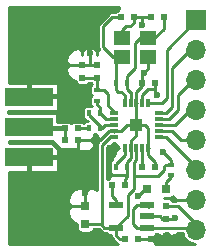
<source format=gtl>
G04 #@! TF.FileFunction,Copper,L1,Top,Signal*
%FSLAX46Y46*%
G04 Gerber Fmt 4.6, Leading zero omitted, Abs format (unit mm)*
G04 Created by KiCad (PCBNEW 4.0.6) date 12/04/17 01:24:33*
%MOMM*%
%LPD*%
G01*
G04 APERTURE LIST*
%ADD10C,0.100000*%
%ADD11R,0.500000X0.600000*%
%ADD12R,0.600000X0.500000*%
%ADD13R,1.700000X1.700000*%
%ADD14O,1.700000X1.700000*%
%ADD15R,0.400000X0.600000*%
%ADD16R,0.600000X0.400000*%
%ADD17R,1.270000X0.558800*%
%ADD18R,1.000000X1.000000*%
%ADD19R,0.300000X0.650000*%
%ADD20R,0.650000X0.300000*%
%ADD21R,1.400000X1.200000*%
%ADD22R,0.800000X0.800000*%
%ADD23R,0.750000X0.800000*%
%ADD24R,4.064000X1.524000*%
%ADD25C,0.762000*%
%ADD26C,0.600000*%
%ADD27C,0.250000*%
%ADD28C,0.381000*%
%ADD29C,0.226060*%
G04 APERTURE END LIST*
D10*
D11*
X182880000Y-124926000D03*
X182880000Y-126026000D03*
D12*
X178266000Y-123190000D03*
X179366000Y-123190000D03*
X179383600Y-127736600D03*
X180483600Y-127736600D03*
X181906000Y-114554000D03*
X180806000Y-114554000D03*
X180806000Y-121666000D03*
X181906000Y-121666000D03*
X182668000Y-108966000D03*
X181568000Y-108966000D03*
D11*
X175768000Y-114088000D03*
X175768000Y-112988000D03*
D12*
X179028000Y-108966000D03*
X180128000Y-108966000D03*
D11*
X177038000Y-114088000D03*
X177038000Y-112988000D03*
D12*
X174252800Y-118364000D03*
X175352800Y-118364000D03*
X174252800Y-119380000D03*
X175352800Y-119380000D03*
D13*
X185420000Y-109220000D03*
D14*
X185420000Y-111760000D03*
X185420000Y-114300000D03*
X185420000Y-116840000D03*
X185420000Y-119380000D03*
X185420000Y-121920000D03*
X185420000Y-124460000D03*
X185420000Y-127000000D03*
D15*
X177234000Y-117094000D03*
X176334000Y-117094000D03*
X177234000Y-118364000D03*
X176334000Y-118364000D03*
D16*
X177038000Y-115120000D03*
X177038000Y-116020000D03*
D15*
X178620000Y-121666000D03*
X179520000Y-121666000D03*
X178620000Y-114554000D03*
X179520000Y-114554000D03*
D17*
X181229000Y-126771400D03*
X181229000Y-125831600D03*
X181229000Y-124891800D03*
X178638200Y-124891800D03*
X178638200Y-126771400D03*
D18*
X180340000Y-118110000D03*
D19*
X179340000Y-120010000D03*
D20*
X178440000Y-119110000D03*
X178440000Y-118610000D03*
X178440000Y-118110000D03*
X178440000Y-117610000D03*
X178440000Y-117110000D03*
D19*
X179340000Y-116210000D03*
X179840000Y-116210000D03*
X180340000Y-116210000D03*
X180840000Y-116210000D03*
X181340000Y-116210000D03*
D20*
X182240000Y-117110000D03*
X182240000Y-117610000D03*
X182240000Y-118110000D03*
X182240000Y-118610000D03*
X182240000Y-119110000D03*
D19*
X179840000Y-120010000D03*
X180340000Y-120010000D03*
X180840000Y-120010000D03*
X181340000Y-120010000D03*
D21*
X179156000Y-110744000D03*
X179156000Y-112344000D03*
X181356000Y-112344000D03*
X181356000Y-110744000D03*
D22*
X182829100Y-123520200D03*
X181229100Y-123520200D03*
D16*
X183248300Y-121444600D03*
X183248300Y-122344600D03*
D23*
X176022000Y-124980000D03*
X176022000Y-126480000D03*
D24*
X171246800Y-118262400D03*
X171246800Y-115722400D03*
X171246800Y-120802400D03*
D25*
X172814800Y-116062400D03*
X172814800Y-115362400D03*
X171814800Y-116062400D03*
X170814800Y-116062400D03*
X170814800Y-115362400D03*
X171814800Y-115362400D03*
X172814800Y-120462400D03*
X171814800Y-120462400D03*
X170814800Y-120462400D03*
X170814800Y-121162400D03*
X171814800Y-121162400D03*
X172814800Y-121162400D03*
D26*
X172974000Y-113538000D03*
X172974000Y-127762000D03*
X171450000Y-127762000D03*
X169926000Y-127762000D03*
X169926000Y-126492000D03*
X171450000Y-126492000D03*
X172974000Y-126492000D03*
X172974000Y-124714000D03*
X172974000Y-123190000D03*
X174498000Y-112014000D03*
X169926000Y-112014000D03*
X171450000Y-112014000D03*
X172974000Y-112014000D03*
X172974000Y-110490000D03*
X171450000Y-110490000D03*
X169926000Y-110490000D03*
X169926000Y-108966000D03*
X171450000Y-108966000D03*
X172974000Y-108966000D03*
X174498000Y-108966000D03*
X174498000Y-110490000D03*
X176022000Y-121158000D03*
X176022000Y-122428000D03*
X169926000Y-113538000D03*
X171450000Y-113538000D03*
X174066200Y-114020600D03*
X171450000Y-124714000D03*
X169926000Y-124714000D03*
X169926000Y-123190000D03*
X171450000Y-123190000D03*
X174447200Y-123266200D03*
X174091600Y-121818400D03*
X174091600Y-120726200D03*
X181610000Y-127762000D03*
X182880000Y-127508000D03*
X177800000Y-127508000D03*
X176784000Y-127508000D03*
X175260000Y-127508000D03*
X174244000Y-126492000D03*
X174244000Y-124968000D03*
X175158400Y-116281200D03*
X174294800Y-117144800D03*
X174929800Y-114858800D03*
X174218600Y-115747800D03*
X176403000Y-112014000D03*
X177165000Y-108585000D03*
X175895000Y-108585000D03*
X175895000Y-109855000D03*
X175895000Y-111125000D03*
X176022000Y-123825000D03*
X183642000Y-125984000D03*
X180467000Y-124079000D03*
X178054000Y-122428000D03*
X180975000Y-113665000D03*
X180848000Y-109601000D03*
X182118000Y-115570000D03*
X182626000Y-120396000D03*
D27*
X181229000Y-124891800D02*
X180416200Y-124891800D01*
X180365400Y-126771400D02*
X181229000Y-126771400D01*
X180086000Y-126492000D02*
X180365400Y-126771400D01*
X180086000Y-125222000D02*
X180086000Y-126492000D01*
X180416200Y-124891800D02*
X180086000Y-125222000D01*
X181229000Y-126771400D02*
X185191400Y-126771400D01*
X185191400Y-126771400D02*
X185420000Y-127000000D01*
X181263200Y-124926000D02*
X181229000Y-124891800D01*
X181364800Y-125027600D02*
X181229000Y-124891800D01*
X185420000Y-127000000D02*
X185420000Y-126492000D01*
X185420000Y-126492000D02*
X183854000Y-124926000D01*
X183854000Y-124926000D02*
X182880000Y-124926000D01*
D28*
X176252854Y-120398254D02*
X176426146Y-120398254D01*
X176426146Y-120398254D02*
X176580800Y-120243600D01*
X174091600Y-120726200D02*
X174091600Y-120497600D01*
X174091600Y-120497600D02*
X174371000Y-120218200D01*
X173761400Y-120218200D02*
X174371000Y-120218200D01*
X174371000Y-120218200D02*
X175073704Y-120218200D01*
X175073704Y-120218200D02*
X175253758Y-120398254D01*
X175564800Y-120700800D02*
X175768000Y-120700800D01*
X175768000Y-120700800D02*
X175818800Y-120650000D01*
X175253758Y-120398254D02*
X176252854Y-120398254D01*
X176252854Y-120398254D02*
X176276000Y-120421400D01*
X173761400Y-120802400D02*
X173761400Y-120218200D01*
X173761400Y-120218200D02*
X173761400Y-120091200D01*
X173228000Y-119557800D02*
X169595800Y-119557800D01*
X173761400Y-120091200D02*
X173228000Y-119557800D01*
X173814465Y-117017800D02*
X169595800Y-117017800D01*
X169595800Y-117017800D02*
X169570400Y-116992400D01*
X174167800Y-122059700D02*
X173951900Y-122059700D01*
X173951900Y-122059700D02*
X173609000Y-122402600D01*
X171246800Y-120802400D02*
X171246800Y-122986800D01*
X171246800Y-122986800D02*
X171450000Y-123190000D01*
X171246800Y-120802400D02*
X173761400Y-120802400D01*
X173761400Y-120802400D02*
X173863000Y-120802400D01*
X173863000Y-120802400D02*
X174040800Y-120980200D01*
X171246800Y-115722400D02*
X174066200Y-115595400D01*
X174066200Y-115595400D02*
X174218600Y-115747800D01*
X169672000Y-122707400D02*
X169672000Y-122148600D01*
X173812200Y-120650000D02*
X173888400Y-120573800D01*
X173812200Y-120650000D02*
X173812200Y-121970800D01*
X173812200Y-121970800D02*
X173634400Y-122148600D01*
X173634400Y-122148600D02*
X169621200Y-122148600D01*
X169672000Y-122148600D02*
X169621200Y-122148600D01*
X174167800Y-121589800D02*
X174167800Y-122059700D01*
X174167800Y-122059700D02*
X174167800Y-121970800D01*
X174040800Y-121462800D02*
X174167800Y-121589800D01*
X174040800Y-121285000D02*
X174040800Y-121462800D01*
X174167800Y-121970800D02*
X174040800Y-122097800D01*
X174040800Y-121285000D02*
X174244000Y-121285000D01*
X174244000Y-121285000D02*
X174294800Y-121335800D01*
X174040800Y-120980200D02*
X174040800Y-121285000D01*
X174040800Y-120573800D02*
X174040800Y-120980200D01*
X174040800Y-120980200D02*
X174142400Y-121081800D01*
X174066200Y-114579400D02*
X174066200Y-114630200D01*
X174320200Y-114884200D02*
X174320200Y-115519200D01*
X174066200Y-114630200D02*
X174320200Y-114884200D01*
X174066200Y-116789200D02*
X174066200Y-116382800D01*
X174244000Y-116103400D02*
X174294800Y-116154200D01*
X174244000Y-116103400D02*
X174066200Y-116103400D01*
X174066200Y-116382800D02*
X174294800Y-116154200D01*
X174066200Y-116789200D02*
X174320200Y-116535200D01*
X173814465Y-117218735D02*
X173941465Y-117218735D01*
X173941465Y-117218735D02*
X174015400Y-117144800D01*
X173710600Y-117678200D02*
X173710600Y-117322600D01*
X173814465Y-117218735D02*
X173761400Y-117271800D01*
X173814465Y-117017800D02*
X173814465Y-117218735D01*
X173814465Y-117017800D02*
X173814465Y-114327259D01*
X173710600Y-117322600D02*
X173761400Y-117271800D01*
X169646600Y-113715800D02*
X169646600Y-114401600D01*
X169672000Y-114427000D02*
X170154600Y-114427000D01*
X169646600Y-114401600D02*
X169672000Y-114427000D01*
X174091600Y-120726200D02*
X174040800Y-120573800D01*
X174040800Y-120573800D02*
X173888400Y-120573800D01*
X174447200Y-123266200D02*
X173888400Y-122682000D01*
X173888400Y-122682000D02*
X173609000Y-122402600D01*
X173609000Y-122402600D02*
X169926000Y-122402600D01*
D27*
X169926000Y-122402600D02*
X169926000Y-123190000D01*
D28*
X174066200Y-114020600D02*
X174066200Y-114579400D01*
X174066200Y-114579400D02*
X174066200Y-116103400D01*
X174066200Y-116789200D02*
X174167800Y-116890800D01*
X169926000Y-113538000D02*
X169926000Y-114198400D01*
X173609000Y-114046000D02*
X170027600Y-114046000D01*
X173609000Y-114427000D02*
X173609000Y-114046000D01*
X170154600Y-114427000D02*
X173609000Y-114427000D01*
X169926000Y-114198400D02*
X170154600Y-114427000D01*
D27*
X171246800Y-120802400D02*
X172364400Y-120802400D01*
X171246800Y-120802400D02*
X171246800Y-121462800D01*
X171246800Y-120802400D02*
X171221400Y-120802400D01*
X171246800Y-115722400D02*
X172567600Y-115722400D01*
X174066200Y-115595400D02*
X174218600Y-115747800D01*
X171246800Y-115722400D02*
X172669200Y-115722400D01*
X173814465Y-114327259D02*
X174066200Y-114020600D01*
X171246800Y-115722400D02*
X171246800Y-115265200D01*
D28*
X171246800Y-115722400D02*
X171246800Y-113741200D01*
D27*
X171246800Y-113741200D02*
X171450000Y-113538000D01*
D28*
X174091600Y-120726200D02*
X174345600Y-120726200D01*
X174345600Y-120726200D02*
X175253758Y-120398254D01*
X175253758Y-120398254D02*
X175260000Y-120396000D01*
D27*
X171450000Y-127762000D02*
X172974000Y-127762000D01*
X169926000Y-126492000D02*
X169926000Y-127762000D01*
X172974000Y-126492000D02*
X171450000Y-126492000D01*
X172974000Y-123190000D02*
X171450000Y-123190000D01*
X171450000Y-112014000D02*
X172974000Y-112014000D01*
X169926000Y-112014000D02*
X169926000Y-113538000D01*
X172974000Y-110490000D02*
X171450000Y-110490000D01*
X169926000Y-110490000D02*
X169926000Y-108966000D01*
X171450000Y-108966000D02*
X172974000Y-108966000D01*
X174498000Y-108966000D02*
X174498000Y-110490000D01*
X176022000Y-122428000D02*
X176022000Y-121158000D01*
X175006000Y-121412000D02*
X174091600Y-121818400D01*
X175006000Y-121412000D02*
X176022000Y-121158000D01*
X171450000Y-113538000D02*
X172974000Y-113538000D01*
X174688500Y-123634500D02*
X174752000Y-123698000D01*
X174091600Y-121818400D02*
X174752000Y-122428000D01*
X171450000Y-124714000D02*
X172974000Y-124714000D01*
X169926000Y-123190000D02*
X169926000Y-124714000D01*
X174752000Y-122428000D02*
X174447200Y-123266200D01*
X175352800Y-119380000D02*
X175352800Y-120049200D01*
X175352800Y-120049200D02*
X174091600Y-120726200D01*
X181356000Y-127736600D02*
X182651400Y-127736600D01*
X182651400Y-127736600D02*
X182880000Y-127508000D01*
X174244000Y-126492000D02*
X175260000Y-127508000D01*
X176784000Y-127508000D02*
X177800000Y-127508000D01*
X174447200Y-123012200D02*
X174752000Y-123444000D01*
X174244000Y-124968000D02*
X174244000Y-126492000D01*
X174447200Y-123012200D02*
X176022000Y-122936000D01*
X175768000Y-112988000D02*
X174540000Y-112988000D01*
X174540000Y-112988000D02*
X174244000Y-113284000D01*
X174244000Y-113284000D02*
X174066200Y-114020600D01*
X174218600Y-115747800D02*
X174294800Y-117144800D01*
X174066200Y-114020600D02*
X174066200Y-114274600D01*
X174066200Y-114274600D02*
X174929800Y-114858800D01*
X176403000Y-112014000D02*
X176403000Y-112988000D01*
X177165000Y-108585000D02*
X175895000Y-108585000D01*
X175895000Y-111125000D02*
X175895000Y-109855000D01*
X176022000Y-124980000D02*
X176022000Y-123825000D01*
X182880000Y-126026000D02*
X183600000Y-126026000D01*
X183600000Y-126026000D02*
X183642000Y-125984000D01*
X180483600Y-127736600D02*
X181356000Y-127736600D01*
X181356000Y-127736600D02*
X181584600Y-127736600D01*
X181584600Y-127736600D02*
X181610000Y-127762000D01*
X181229100Y-123520200D02*
X181025800Y-123520200D01*
X181025800Y-123520200D02*
X180467000Y-124079000D01*
X180340000Y-118110000D02*
X181102000Y-118110000D01*
X181340000Y-118348000D02*
X181340000Y-120010000D01*
X181102000Y-118110000D02*
X181340000Y-118348000D01*
X179520000Y-122301000D02*
X178181000Y-122301000D01*
X178181000Y-122301000D02*
X178054000Y-122428000D01*
X179520000Y-121666000D02*
X179520000Y-122301000D01*
X179520000Y-122301000D02*
X179520000Y-122486000D01*
X179366000Y-122640000D02*
X179366000Y-123190000D01*
X179520000Y-122486000D02*
X179366000Y-122640000D01*
X178440000Y-118610000D02*
X177984402Y-118610000D01*
X176149000Y-119380000D02*
X175352800Y-119380000D01*
X177214402Y-119380000D02*
X176149000Y-119380000D01*
X177984402Y-118610000D02*
X177214402Y-119380000D01*
X181356000Y-112344000D02*
X181356000Y-113284000D01*
X180806000Y-113834000D02*
X180806000Y-114554000D01*
X181356000Y-113284000D02*
X180975000Y-113665000D01*
X180975000Y-113665000D02*
X180806000Y-113834000D01*
X180848000Y-108966000D02*
X180848000Y-109601000D01*
X180128000Y-108966000D02*
X180848000Y-108966000D01*
X180848000Y-108966000D02*
X181568000Y-108966000D01*
X180128000Y-108966000D02*
X180128000Y-109432000D01*
X179156000Y-110023000D02*
X179156000Y-110744000D01*
X179451000Y-109728000D02*
X179156000Y-110023000D01*
X179832000Y-109728000D02*
X179451000Y-109728000D01*
X180128000Y-109432000D02*
X179832000Y-109728000D01*
X181229000Y-125831600D02*
X182346600Y-125831600D01*
X182541000Y-126026000D02*
X182880000Y-126026000D01*
X182346600Y-125831600D02*
X182541000Y-126026000D01*
X179840000Y-120010000D02*
X179840000Y-119422800D01*
X180340000Y-118922800D02*
X180340000Y-118110000D01*
X179840000Y-119422800D02*
X180340000Y-118922800D01*
X180340000Y-116210000D02*
X180340000Y-118110000D01*
X178440000Y-118610000D02*
X179001800Y-118610000D01*
X179501800Y-118110000D02*
X180340000Y-118110000D01*
X179001800Y-118610000D02*
X179501800Y-118110000D01*
X175768000Y-112988000D02*
X176403000Y-112988000D01*
X176403000Y-112988000D02*
X177038000Y-112988000D01*
X181906000Y-121666000D02*
X181906000Y-121200000D01*
X181356000Y-120650000D02*
X181356000Y-120026000D01*
X181906000Y-121200000D02*
X181356000Y-120650000D01*
X181356000Y-120026000D02*
X181340000Y-120010000D01*
X179520000Y-121666000D02*
X179520000Y-121216000D01*
X179840000Y-120896000D02*
X179840000Y-120010000D01*
X179520000Y-121216000D02*
X179840000Y-120896000D01*
X180806000Y-114554000D02*
X180806000Y-114766000D01*
X180806000Y-114766000D02*
X180848000Y-114808000D01*
X180340000Y-116210000D02*
X180340000Y-115316000D01*
X180848000Y-114808000D02*
X180848000Y-114596000D01*
X180594000Y-115062000D02*
X180848000Y-114808000D01*
X180340000Y-115316000D02*
X180594000Y-115062000D01*
X180848000Y-114596000D02*
X180806000Y-114554000D01*
X178638200Y-124891800D02*
X178638200Y-124434600D01*
X178266000Y-124062400D02*
X178266000Y-123190000D01*
X178638200Y-124434600D02*
X178266000Y-124062400D01*
X177419000Y-126492000D02*
X176034000Y-126492000D01*
X176034000Y-126492000D02*
X176022000Y-126480000D01*
X180840000Y-116210000D02*
X180840000Y-115578000D01*
X181356000Y-115062000D02*
X181906000Y-115062000D01*
X180840000Y-115578000D02*
X181356000Y-115062000D01*
X181906000Y-115062000D02*
X181864000Y-115062000D01*
X181864000Y-115062000D02*
X181906000Y-115062000D01*
X183248300Y-121444600D02*
X183248300Y-121018300D01*
X181906000Y-115358000D02*
X181906000Y-115062000D01*
X181906000Y-115062000D02*
X181906000Y-114554000D01*
X182118000Y-115570000D02*
X181906000Y-115358000D01*
X183248300Y-121018300D02*
X182626000Y-120396000D01*
X178638200Y-126771400D02*
X177609500Y-126771400D01*
X177419000Y-119811800D02*
X178120800Y-119110000D01*
X177419000Y-126580900D02*
X177419000Y-126492000D01*
X177419000Y-126492000D02*
X177419000Y-119811800D01*
X177609500Y-126771400D02*
X177419000Y-126580900D01*
X178120800Y-119110000D02*
X178440000Y-119110000D01*
X178638200Y-126771400D02*
X178638200Y-127457200D01*
X178917600Y-127736600D02*
X179383600Y-127736600D01*
X178638200Y-127457200D02*
X178917600Y-127736600D01*
X183248300Y-121444600D02*
X182823700Y-121444600D01*
X182168800Y-122440700D02*
X180111400Y-122440700D01*
X182676800Y-121932700D02*
X182168800Y-122440700D01*
X182676800Y-121591500D02*
X182676800Y-121932700D01*
X182823700Y-121444600D02*
X182676800Y-121591500D01*
X178638200Y-126771400D02*
X178638200Y-126720600D01*
X178638200Y-126720600D02*
X179603400Y-125755400D01*
X180340000Y-121032398D02*
X180340000Y-120010000D01*
X180111400Y-121260998D02*
X180340000Y-121032398D01*
X180111400Y-123494800D02*
X180111400Y-122440700D01*
X180111400Y-122440700D02*
X180111400Y-121260998D01*
X179603400Y-124002800D02*
X180111400Y-123494800D01*
X179603400Y-125755400D02*
X179603400Y-124002800D01*
X180840000Y-120010000D02*
X180840000Y-121632000D01*
X180840000Y-121632000D02*
X180806000Y-121666000D01*
X181356000Y-110744000D02*
X180670200Y-110744000D01*
X180670200Y-110744000D02*
X180238400Y-111175800D01*
X179520000Y-113977000D02*
X179520000Y-114554000D01*
X180238400Y-113258600D02*
X179520000Y-113977000D01*
X180238400Y-111175800D02*
X180238400Y-113258600D01*
X179840000Y-116210000D02*
X179840000Y-115324000D01*
X179578000Y-115062000D02*
X179578000Y-114612000D01*
X179832000Y-115316000D02*
X179578000Y-115062000D01*
X179840000Y-115324000D02*
X179832000Y-115316000D01*
X179578000Y-114612000D02*
X179520000Y-114554000D01*
X182668000Y-108966000D02*
X182668000Y-109940000D01*
X182668000Y-109940000D02*
X181864000Y-110744000D01*
X181864000Y-110744000D02*
X181356000Y-110744000D01*
X175352800Y-118364000D02*
X176334000Y-118364000D01*
X181340000Y-116210000D02*
X182494000Y-116210000D01*
X182937998Y-111702002D02*
X185420000Y-109220000D01*
X182937998Y-115766002D02*
X182937998Y-111702002D01*
X182494000Y-116210000D02*
X182937998Y-115766002D01*
X185420000Y-111760000D02*
X184912000Y-111760000D01*
X184912000Y-111760000D02*
X183388000Y-113284000D01*
X183388000Y-113284000D02*
X183388000Y-116586000D01*
X183388000Y-116586000D02*
X182864000Y-117110000D01*
X182864000Y-117110000D02*
X182240000Y-117110000D01*
X185420000Y-114300000D02*
X185108002Y-114300000D01*
X185108002Y-114300000D02*
X183896000Y-115512002D01*
X183896000Y-115512002D02*
X183896000Y-116840000D01*
X183896000Y-116840000D02*
X183126000Y-117610000D01*
X183126000Y-117610000D02*
X182240000Y-117610000D01*
X182240000Y-118110000D02*
X183642000Y-118110000D01*
X183642000Y-118110000D02*
X184912000Y-116840000D01*
X184912000Y-116840000D02*
X185420000Y-116840000D01*
X185420000Y-119380000D02*
X184150000Y-119380000D01*
X183380000Y-118610000D02*
X182240000Y-118610000D01*
X184150000Y-119380000D02*
X183380000Y-118610000D01*
X185420000Y-121920000D02*
X185420000Y-121666000D01*
X185420000Y-121666000D02*
X182864000Y-119110000D01*
X182864000Y-119110000D02*
X182240000Y-119110000D01*
X179340000Y-120010000D02*
X179340000Y-120634000D01*
X178620000Y-121354000D02*
X178620000Y-121666000D01*
X179340000Y-120634000D02*
X178620000Y-121354000D01*
X179340000Y-116210000D02*
X179340000Y-115586000D01*
X178620000Y-115120000D02*
X178620000Y-114554000D01*
X178816000Y-115316000D02*
X178620000Y-115120000D01*
X179070000Y-115316000D02*
X178816000Y-115316000D01*
X179340000Y-115586000D02*
X179070000Y-115316000D01*
X179156000Y-112344000D02*
X178384000Y-112344000D01*
X178308000Y-108966000D02*
X179028000Y-108966000D01*
X177546000Y-109728000D02*
X178308000Y-108966000D01*
X177546000Y-111506000D02*
X177546000Y-109728000D01*
X178384000Y-112344000D02*
X177546000Y-111506000D01*
X178620000Y-114554000D02*
X178620000Y-112880000D01*
X178620000Y-112880000D02*
X179156000Y-112344000D01*
D28*
X171196000Y-118364000D02*
X174252800Y-118364000D01*
D27*
X174252800Y-118364000D02*
X174252800Y-119380000D01*
X177038000Y-116020000D02*
X177038000Y-116357400D01*
X177234000Y-116553400D02*
X177234000Y-117094000D01*
X177038000Y-116357400D02*
X177234000Y-116553400D01*
X178440000Y-117610000D02*
X177750000Y-117610000D01*
X177750000Y-117610000D02*
X177234000Y-117094000D01*
X177234000Y-118364000D02*
X177393600Y-118364000D01*
X177393600Y-118364000D02*
X177647600Y-118110000D01*
X177647600Y-118110000D02*
X178440000Y-118110000D01*
X177234000Y-118364000D02*
X177234000Y-118153600D01*
X177234000Y-118153600D02*
X176334000Y-117253600D01*
X176334000Y-117253600D02*
X176334000Y-117094000D01*
X177038000Y-115120000D02*
X177038000Y-114088000D01*
X177038000Y-114088000D02*
X175768000Y-114088000D01*
X178440000Y-117110000D02*
X178440000Y-116946600D01*
X177578600Y-115120000D02*
X177038000Y-115120000D01*
X177901600Y-115443000D02*
X177578600Y-115120000D01*
X177901600Y-116408200D02*
X177901600Y-115443000D01*
X178440000Y-116946600D02*
X177901600Y-116408200D01*
X178440000Y-117110000D02*
X178324000Y-117110000D01*
X183248300Y-122344600D02*
X183248300Y-122529600D01*
X183248300Y-122529600D02*
X182829100Y-122948800D01*
X182829100Y-122948800D02*
X182829100Y-123520200D01*
D29*
G36*
X183163527Y-127455030D02*
X183354578Y-127455030D01*
X183769544Y-127283145D01*
X183843259Y-127209430D01*
X184275843Y-127209430D01*
X184322715Y-127445072D01*
X184574829Y-127822386D01*
X184952143Y-128074500D01*
X185261175Y-128135970D01*
X181912630Y-128135970D01*
X181912630Y-128020127D01*
X181630373Y-127737870D01*
X180484870Y-127737870D01*
X180484870Y-127757870D01*
X180482330Y-127757870D01*
X180482330Y-127737870D01*
X180462330Y-127737870D01*
X180462330Y-127735330D01*
X180482330Y-127735330D01*
X180482330Y-127715330D01*
X180484870Y-127715330D01*
X180484870Y-127735330D01*
X181630373Y-127735330D01*
X181912630Y-127453073D01*
X181912630Y-127360812D01*
X181980002Y-127348135D01*
X182045541Y-127305962D01*
X182405422Y-127455030D01*
X182596473Y-127455030D01*
X182842073Y-127209430D01*
X182917927Y-127209430D01*
X183163527Y-127455030D01*
X183163527Y-127455030D01*
G37*
X183163527Y-127455030D02*
X183354578Y-127455030D01*
X183769544Y-127283145D01*
X183843259Y-127209430D01*
X184275843Y-127209430D01*
X184322715Y-127445072D01*
X184574829Y-127822386D01*
X184952143Y-128074500D01*
X185261175Y-128135970D01*
X181912630Y-128135970D01*
X181912630Y-128020127D01*
X181630373Y-127737870D01*
X180484870Y-127737870D01*
X180484870Y-127757870D01*
X180482330Y-127757870D01*
X180482330Y-127737870D01*
X180462330Y-127737870D01*
X180462330Y-127735330D01*
X180482330Y-127735330D01*
X180482330Y-127715330D01*
X180484870Y-127715330D01*
X180484870Y-127735330D01*
X181630373Y-127735330D01*
X181912630Y-127453073D01*
X181912630Y-127360812D01*
X181980002Y-127348135D01*
X182045541Y-127305962D01*
X182405422Y-127455030D01*
X182596473Y-127455030D01*
X182842073Y-127209430D01*
X182917927Y-127209430D01*
X183163527Y-127455030D01*
G36*
X176805222Y-118886542D02*
X176909828Y-118958017D01*
X176985970Y-118973436D01*
X176985970Y-118984578D01*
X177157855Y-119399544D01*
X177184822Y-119426511D01*
X177109266Y-119502066D01*
X177014313Y-119644173D01*
X176980970Y-119811800D01*
X176980970Y-123599835D01*
X176621578Y-123450970D01*
X176305527Y-123450970D01*
X176023270Y-123733227D01*
X176023270Y-124978730D01*
X176043270Y-124978730D01*
X176043270Y-124981270D01*
X176023270Y-124981270D01*
X176023270Y-125001270D01*
X176020730Y-125001270D01*
X176020730Y-124981270D01*
X174800227Y-124981270D01*
X174517970Y-125263527D01*
X174517970Y-125604578D01*
X174689855Y-126019544D01*
X175007456Y-126337145D01*
X175327838Y-126469852D01*
X175327838Y-126880000D01*
X175349665Y-126996002D01*
X175418222Y-127102542D01*
X175522828Y-127174017D01*
X175647000Y-127199162D01*
X176397000Y-127199162D01*
X176513002Y-127177335D01*
X176619542Y-127108778D01*
X176691017Y-127004172D01*
X176706031Y-126930030D01*
X177148662Y-126930030D01*
X177299766Y-127081134D01*
X177441873Y-127176087D01*
X177609500Y-127209430D01*
X177733296Y-127209430D01*
X177774422Y-127273342D01*
X177879028Y-127344817D01*
X178003200Y-127369962D01*
X178200170Y-127369962D01*
X178200170Y-127457200D01*
X178233513Y-127624827D01*
X178328466Y-127766934D01*
X178607866Y-128046334D01*
X178742016Y-128135970D01*
X169552030Y-128135970D01*
X169552030Y-124355422D01*
X174517970Y-124355422D01*
X174517970Y-124696473D01*
X174800227Y-124978730D01*
X176020730Y-124978730D01*
X176020730Y-123733227D01*
X175738473Y-123450970D01*
X175422422Y-123450970D01*
X175007456Y-123622855D01*
X174689855Y-123940456D01*
X174517970Y-124355422D01*
X169552030Y-124355422D01*
X169552030Y-122693430D01*
X170963273Y-122693430D01*
X170976921Y-122679782D01*
X171056903Y-122682858D01*
X171306295Y-122590618D01*
X171456620Y-122659769D01*
X171498268Y-122661371D01*
X171530327Y-122693430D01*
X173503378Y-122693430D01*
X173918344Y-122521545D01*
X174235945Y-122203944D01*
X174407830Y-121788978D01*
X174407830Y-121085927D01*
X174331811Y-121009908D01*
X174335258Y-120920297D01*
X174304524Y-120837200D01*
X174312169Y-120820580D01*
X174320411Y-120606292D01*
X174376407Y-120550296D01*
X174413256Y-120587145D01*
X174828222Y-120759030D01*
X175069273Y-120759030D01*
X175351530Y-120476773D01*
X175351530Y-119381270D01*
X175354070Y-119381270D01*
X175354070Y-120476773D01*
X175636327Y-120759030D01*
X175877378Y-120759030D01*
X176292344Y-120587145D01*
X176609945Y-120269544D01*
X176781830Y-119854578D01*
X176781830Y-119663527D01*
X176499573Y-119381270D01*
X175354070Y-119381270D01*
X175351530Y-119381270D01*
X175331530Y-119381270D01*
X175331530Y-119378730D01*
X175351530Y-119378730D01*
X175351530Y-119358730D01*
X175354070Y-119358730D01*
X175354070Y-119378730D01*
X176499573Y-119378730D01*
X176781830Y-119096473D01*
X176781830Y-118905422D01*
X176769025Y-118874508D01*
X176783679Y-118853063D01*
X176805222Y-118886542D01*
X176805222Y-118886542D01*
G37*
X176805222Y-118886542D02*
X176909828Y-118958017D01*
X176985970Y-118973436D01*
X176985970Y-118984578D01*
X177157855Y-119399544D01*
X177184822Y-119426511D01*
X177109266Y-119502066D01*
X177014313Y-119644173D01*
X176980970Y-119811800D01*
X176980970Y-123599835D01*
X176621578Y-123450970D01*
X176305527Y-123450970D01*
X176023270Y-123733227D01*
X176023270Y-124978730D01*
X176043270Y-124978730D01*
X176043270Y-124981270D01*
X176023270Y-124981270D01*
X176023270Y-125001270D01*
X176020730Y-125001270D01*
X176020730Y-124981270D01*
X174800227Y-124981270D01*
X174517970Y-125263527D01*
X174517970Y-125604578D01*
X174689855Y-126019544D01*
X175007456Y-126337145D01*
X175327838Y-126469852D01*
X175327838Y-126880000D01*
X175349665Y-126996002D01*
X175418222Y-127102542D01*
X175522828Y-127174017D01*
X175647000Y-127199162D01*
X176397000Y-127199162D01*
X176513002Y-127177335D01*
X176619542Y-127108778D01*
X176691017Y-127004172D01*
X176706031Y-126930030D01*
X177148662Y-126930030D01*
X177299766Y-127081134D01*
X177441873Y-127176087D01*
X177609500Y-127209430D01*
X177733296Y-127209430D01*
X177774422Y-127273342D01*
X177879028Y-127344817D01*
X178003200Y-127369962D01*
X178200170Y-127369962D01*
X178200170Y-127457200D01*
X178233513Y-127624827D01*
X178328466Y-127766934D01*
X178607866Y-128046334D01*
X178742016Y-128135970D01*
X169552030Y-128135970D01*
X169552030Y-124355422D01*
X174517970Y-124355422D01*
X174517970Y-124696473D01*
X174800227Y-124978730D01*
X176020730Y-124978730D01*
X176020730Y-123733227D01*
X175738473Y-123450970D01*
X175422422Y-123450970D01*
X175007456Y-123622855D01*
X174689855Y-123940456D01*
X174517970Y-124355422D01*
X169552030Y-124355422D01*
X169552030Y-122693430D01*
X170963273Y-122693430D01*
X170976921Y-122679782D01*
X171056903Y-122682858D01*
X171306295Y-122590618D01*
X171456620Y-122659769D01*
X171498268Y-122661371D01*
X171530327Y-122693430D01*
X173503378Y-122693430D01*
X173918344Y-122521545D01*
X174235945Y-122203944D01*
X174407830Y-121788978D01*
X174407830Y-121085927D01*
X174331811Y-121009908D01*
X174335258Y-120920297D01*
X174304524Y-120837200D01*
X174312169Y-120820580D01*
X174320411Y-120606292D01*
X174376407Y-120550296D01*
X174413256Y-120587145D01*
X174828222Y-120759030D01*
X175069273Y-120759030D01*
X175351530Y-120476773D01*
X175351530Y-119381270D01*
X175354070Y-119381270D01*
X175354070Y-120476773D01*
X175636327Y-120759030D01*
X175877378Y-120759030D01*
X176292344Y-120587145D01*
X176609945Y-120269544D01*
X176781830Y-119854578D01*
X176781830Y-119663527D01*
X176499573Y-119381270D01*
X175354070Y-119381270D01*
X175351530Y-119381270D01*
X175331530Y-119381270D01*
X175331530Y-119378730D01*
X175351530Y-119378730D01*
X175351530Y-119358730D01*
X175354070Y-119358730D01*
X175354070Y-119378730D01*
X176499573Y-119378730D01*
X176781830Y-119096473D01*
X176781830Y-118905422D01*
X176769025Y-118874508D01*
X176783679Y-118853063D01*
X176805222Y-118886542D01*
G36*
X181230270Y-125830330D02*
X181250270Y-125830330D01*
X181250270Y-125832870D01*
X181230270Y-125832870D01*
X181230270Y-125852870D01*
X181227730Y-125852870D01*
X181227730Y-125832870D01*
X181207730Y-125832870D01*
X181207730Y-125830330D01*
X181227730Y-125830330D01*
X181227730Y-125810330D01*
X181230270Y-125810330D01*
X181230270Y-125830330D01*
X181230270Y-125830330D01*
G37*
X181230270Y-125830330D02*
X181250270Y-125830330D01*
X181250270Y-125832870D01*
X181230270Y-125832870D01*
X181230270Y-125852870D01*
X181227730Y-125852870D01*
X181227730Y-125832870D01*
X181207730Y-125832870D01*
X181207730Y-125830330D01*
X181227730Y-125830330D01*
X181227730Y-125810330D01*
X181230270Y-125810330D01*
X181230270Y-125830330D01*
G36*
X183465534Y-124149157D02*
X183723227Y-124458730D01*
X185418730Y-124458730D01*
X185418730Y-124438730D01*
X185421270Y-124438730D01*
X185421270Y-124458730D01*
X185441270Y-124458730D01*
X185441270Y-124461270D01*
X185421270Y-124461270D01*
X185421270Y-124481270D01*
X185418730Y-124481270D01*
X185418730Y-124461270D01*
X183723227Y-124461270D01*
X183701002Y-124487970D01*
X183413160Y-124487970D01*
X183358778Y-124403458D01*
X183254172Y-124331983D01*
X183130000Y-124306838D01*
X182691002Y-124306838D01*
X182718952Y-124239362D01*
X183229100Y-124239362D01*
X183345102Y-124217535D01*
X183451642Y-124148978D01*
X183471289Y-124120223D01*
X183465534Y-124149157D01*
X183465534Y-124149157D01*
G37*
X183465534Y-124149157D02*
X183723227Y-124458730D01*
X185418730Y-124458730D01*
X185418730Y-124438730D01*
X185421270Y-124438730D01*
X185421270Y-124458730D01*
X185441270Y-124458730D01*
X185441270Y-124461270D01*
X185421270Y-124461270D01*
X185421270Y-124481270D01*
X185418730Y-124481270D01*
X185418730Y-124461270D01*
X183723227Y-124461270D01*
X183701002Y-124487970D01*
X183413160Y-124487970D01*
X183358778Y-124403458D01*
X183254172Y-124331983D01*
X183130000Y-124306838D01*
X182691002Y-124306838D01*
X182718952Y-124239362D01*
X183229100Y-124239362D01*
X183345102Y-124217535D01*
X183451642Y-124148978D01*
X183471289Y-124120223D01*
X183465534Y-124149157D01*
G36*
X181230370Y-123518930D02*
X181250370Y-123518930D01*
X181250370Y-123521470D01*
X181230370Y-123521470D01*
X181230370Y-123541470D01*
X181227830Y-123541470D01*
X181227830Y-123521470D01*
X181207830Y-123521470D01*
X181207830Y-123518930D01*
X181227830Y-123518930D01*
X181227830Y-123498930D01*
X181230370Y-123498930D01*
X181230370Y-123518930D01*
X181230370Y-123518930D01*
G37*
X181230370Y-123518930D02*
X181250370Y-123518930D01*
X181250370Y-123521470D01*
X181230370Y-123521470D01*
X181230370Y-123541470D01*
X181227830Y-123541470D01*
X181227830Y-123521470D01*
X181207830Y-123521470D01*
X181207830Y-123518930D01*
X181227830Y-123518930D01*
X181227830Y-123498930D01*
X181230370Y-123498930D01*
X181230370Y-123518930D01*
G36*
X179367270Y-123188730D02*
X179387270Y-123188730D01*
X179387270Y-123191270D01*
X179367270Y-123191270D01*
X179367270Y-123211270D01*
X179364730Y-123211270D01*
X179364730Y-123191270D01*
X179344730Y-123191270D01*
X179344730Y-123188730D01*
X179364730Y-123188730D01*
X179364730Y-123168730D01*
X179367270Y-123168730D01*
X179367270Y-123188730D01*
X179367270Y-123188730D01*
G37*
X179367270Y-123188730D02*
X179387270Y-123188730D01*
X179387270Y-123191270D01*
X179367270Y-123191270D01*
X179367270Y-123211270D01*
X179364730Y-123211270D01*
X179364730Y-123191270D01*
X179344730Y-123191270D01*
X179344730Y-123188730D01*
X179364730Y-123188730D01*
X179364730Y-123168730D01*
X179367270Y-123168730D01*
X179367270Y-123188730D01*
G36*
X178441270Y-119606773D02*
X178843227Y-120008730D01*
X178870838Y-120008730D01*
X178870838Y-120011270D01*
X178843227Y-120011270D01*
X178560970Y-120293527D01*
X178560970Y-120528341D01*
X178362855Y-120726456D01*
X178190970Y-121141422D01*
X178190970Y-121146717D01*
X178125983Y-121241828D01*
X178100838Y-121366000D01*
X178100838Y-121966000D01*
X178122665Y-122082002D01*
X178190970Y-122188150D01*
X178190970Y-122190578D01*
X178199102Y-122210209D01*
X178108855Y-122300456D01*
X177976148Y-122620838D01*
X177966000Y-122620838D01*
X177857030Y-122641342D01*
X177857030Y-119993238D01*
X177961238Y-119889030D01*
X178156473Y-119889030D01*
X178438730Y-119606773D01*
X178438730Y-119579162D01*
X178441270Y-119579162D01*
X178441270Y-119606773D01*
X178441270Y-119606773D01*
G37*
X178441270Y-119606773D02*
X178843227Y-120008730D01*
X178870838Y-120008730D01*
X178870838Y-120011270D01*
X178843227Y-120011270D01*
X178560970Y-120293527D01*
X178560970Y-120528341D01*
X178362855Y-120726456D01*
X178190970Y-121141422D01*
X178190970Y-121146717D01*
X178125983Y-121241828D01*
X178100838Y-121366000D01*
X178100838Y-121966000D01*
X178122665Y-122082002D01*
X178190970Y-122188150D01*
X178190970Y-122190578D01*
X178199102Y-122210209D01*
X178108855Y-122300456D01*
X177976148Y-122620838D01*
X177966000Y-122620838D01*
X177857030Y-122641342D01*
X177857030Y-119993238D01*
X177961238Y-119889030D01*
X178156473Y-119889030D01*
X178438730Y-119606773D01*
X178438730Y-119579162D01*
X178441270Y-119579162D01*
X178441270Y-119606773D01*
G36*
X181907270Y-121664730D02*
X181927270Y-121664730D01*
X181927270Y-121667270D01*
X181907270Y-121667270D01*
X181907270Y-121687270D01*
X181904730Y-121687270D01*
X181904730Y-121667270D01*
X181884730Y-121667270D01*
X181884730Y-121664730D01*
X181904730Y-121664730D01*
X181904730Y-121644730D01*
X181907270Y-121644730D01*
X181907270Y-121664730D01*
X181907270Y-121664730D01*
G37*
X181907270Y-121664730D02*
X181927270Y-121664730D01*
X181927270Y-121667270D01*
X181907270Y-121667270D01*
X181907270Y-121687270D01*
X181904730Y-121687270D01*
X181904730Y-121667270D01*
X181884730Y-121667270D01*
X181884730Y-121664730D01*
X181904730Y-121664730D01*
X181904730Y-121644730D01*
X181907270Y-121644730D01*
X181907270Y-121664730D01*
G36*
X179521270Y-121664730D02*
X179541270Y-121664730D01*
X179541270Y-121667270D01*
X179521270Y-121667270D01*
X179521270Y-121687270D01*
X179518730Y-121687270D01*
X179518730Y-121667270D01*
X179498730Y-121667270D01*
X179498730Y-121664730D01*
X179518730Y-121664730D01*
X179518730Y-121644730D01*
X179521270Y-121644730D01*
X179521270Y-121664730D01*
X179521270Y-121664730D01*
G37*
X179521270Y-121664730D02*
X179541270Y-121664730D01*
X179541270Y-121667270D01*
X179521270Y-121667270D01*
X179521270Y-121687270D01*
X179518730Y-121687270D01*
X179518730Y-121667270D01*
X179498730Y-121667270D01*
X179498730Y-121664730D01*
X179518730Y-121664730D01*
X179518730Y-121644730D01*
X179521270Y-121644730D01*
X179521270Y-121664730D01*
G36*
X179841270Y-120008730D02*
X179861270Y-120008730D01*
X179861270Y-120011270D01*
X179841270Y-120011270D01*
X179841270Y-120031270D01*
X179838730Y-120031270D01*
X179838730Y-120011270D01*
X179809162Y-120011270D01*
X179809162Y-120008730D01*
X179838730Y-120008730D01*
X179838730Y-119988730D01*
X179841270Y-119988730D01*
X179841270Y-120008730D01*
X179841270Y-120008730D01*
G37*
X179841270Y-120008730D02*
X179861270Y-120008730D01*
X179861270Y-120011270D01*
X179841270Y-120011270D01*
X179841270Y-120031270D01*
X179838730Y-120031270D01*
X179838730Y-120011270D01*
X179809162Y-120011270D01*
X179809162Y-120008730D01*
X179838730Y-120008730D01*
X179838730Y-119988730D01*
X179841270Y-119988730D01*
X179841270Y-120008730D01*
G36*
X181341270Y-120008730D02*
X181361270Y-120008730D01*
X181361270Y-120011270D01*
X181341270Y-120011270D01*
X181341270Y-120031270D01*
X181338730Y-120031270D01*
X181338730Y-120011270D01*
X181318730Y-120011270D01*
X181318730Y-120008730D01*
X181338730Y-120008730D01*
X181338730Y-119988730D01*
X181341270Y-119988730D01*
X181341270Y-120008730D01*
X181341270Y-120008730D01*
G37*
X181341270Y-120008730D02*
X181361270Y-120008730D01*
X181361270Y-120011270D01*
X181341270Y-120011270D01*
X181341270Y-120031270D01*
X181338730Y-120031270D01*
X181338730Y-120011270D01*
X181318730Y-120011270D01*
X181318730Y-120008730D01*
X181338730Y-120008730D01*
X181338730Y-119988730D01*
X181341270Y-119988730D01*
X181341270Y-120008730D01*
G36*
X178441270Y-118608730D02*
X178461270Y-118608730D01*
X178461270Y-118611270D01*
X178441270Y-118611270D01*
X178441270Y-118640838D01*
X178438730Y-118640838D01*
X178438730Y-118611270D01*
X178418730Y-118611270D01*
X178418730Y-118608730D01*
X178438730Y-118608730D01*
X178438730Y-118588730D01*
X178441270Y-118588730D01*
X178441270Y-118608730D01*
X178441270Y-118608730D01*
G37*
X178441270Y-118608730D02*
X178461270Y-118608730D01*
X178461270Y-118611270D01*
X178441270Y-118611270D01*
X178441270Y-118640838D01*
X178438730Y-118640838D01*
X178438730Y-118611270D01*
X178418730Y-118611270D01*
X178418730Y-118608730D01*
X178438730Y-118608730D01*
X178438730Y-118588730D01*
X178441270Y-118588730D01*
X178441270Y-118608730D01*
G36*
X180341270Y-116208730D02*
X180361270Y-116208730D01*
X180361270Y-116211270D01*
X180341270Y-116211270D01*
X180341270Y-118108730D01*
X180361270Y-118108730D01*
X180361270Y-118111270D01*
X180341270Y-118111270D01*
X180341270Y-118131270D01*
X180338730Y-118131270D01*
X180338730Y-118111270D01*
X180318730Y-118111270D01*
X180318730Y-118108730D01*
X180338730Y-118108730D01*
X180338730Y-116211270D01*
X180318730Y-116211270D01*
X180318730Y-116208730D01*
X180338730Y-116208730D01*
X180338730Y-116188730D01*
X180341270Y-116188730D01*
X180341270Y-116208730D01*
X180341270Y-116208730D01*
G37*
X180341270Y-116208730D02*
X180361270Y-116208730D01*
X180361270Y-116211270D01*
X180341270Y-116211270D01*
X180341270Y-118108730D01*
X180361270Y-118108730D01*
X180361270Y-118111270D01*
X180341270Y-118111270D01*
X180341270Y-118131270D01*
X180338730Y-118131270D01*
X180338730Y-118111270D01*
X180318730Y-118111270D01*
X180318730Y-118108730D01*
X180338730Y-118108730D01*
X180338730Y-116211270D01*
X180318730Y-116211270D01*
X180318730Y-116208730D01*
X180338730Y-116208730D01*
X180338730Y-116188730D01*
X180341270Y-116188730D01*
X180341270Y-116208730D01*
G36*
X178738148Y-108396838D02*
X178728000Y-108396838D01*
X178611998Y-108418665D01*
X178505458Y-108487222D01*
X178477616Y-108527970D01*
X178308000Y-108527970D01*
X178140373Y-108561313D01*
X177998266Y-108656266D01*
X177236266Y-109418266D01*
X177141313Y-109560373D01*
X177107970Y-109728000D01*
X177107970Y-111506000D01*
X177141313Y-111673627D01*
X177167571Y-111712926D01*
X177039270Y-111841227D01*
X177039270Y-112203267D01*
X177036730Y-112197135D01*
X177036730Y-111841227D01*
X176754473Y-111558970D01*
X176563422Y-111558970D01*
X176403000Y-111625419D01*
X176242578Y-111558970D01*
X176051527Y-111558970D01*
X175769270Y-111841227D01*
X175769270Y-112197135D01*
X175766730Y-112203267D01*
X175766730Y-111841227D01*
X175484473Y-111558970D01*
X175293422Y-111558970D01*
X174878456Y-111730855D01*
X174560855Y-112048456D01*
X174388970Y-112463422D01*
X174388970Y-112704473D01*
X174671227Y-112986730D01*
X175766730Y-112986730D01*
X175766730Y-112812233D01*
X175769270Y-112814773D01*
X175769270Y-112986730D01*
X177036730Y-112986730D01*
X177036730Y-112814773D01*
X177039270Y-112812233D01*
X177039270Y-112986730D01*
X177059270Y-112986730D01*
X177059270Y-112989270D01*
X177039270Y-112989270D01*
X177039270Y-113009270D01*
X177036730Y-113009270D01*
X177036730Y-112989270D01*
X175769270Y-112989270D01*
X175769270Y-113009270D01*
X175766730Y-113009270D01*
X175766730Y-112989270D01*
X174671227Y-112989270D01*
X174388970Y-113271527D01*
X174388970Y-113512578D01*
X174560855Y-113927544D01*
X174878456Y-114245145D01*
X175198838Y-114377852D01*
X175198838Y-114388000D01*
X175220665Y-114504002D01*
X175289222Y-114610542D01*
X175393828Y-114682017D01*
X175518000Y-114707162D01*
X176018000Y-114707162D01*
X176134002Y-114685335D01*
X176240542Y-114616778D01*
X176302548Y-114526030D01*
X176504840Y-114526030D01*
X176559222Y-114610542D01*
X176598806Y-114637589D01*
X176515458Y-114691222D01*
X176443983Y-114795828D01*
X176418838Y-114920000D01*
X176418838Y-115320000D01*
X176440665Y-115436002D01*
X176509222Y-115542542D01*
X176548937Y-115569679D01*
X176515458Y-115591222D01*
X176443983Y-115695828D01*
X176418838Y-115820000D01*
X176418838Y-116220000D01*
X176440665Y-116336002D01*
X176509222Y-116442542D01*
X176565960Y-116481310D01*
X176534000Y-116474838D01*
X176134000Y-116474838D01*
X176017998Y-116496665D01*
X175911458Y-116565222D01*
X175839983Y-116669828D01*
X175814838Y-116794000D01*
X175814838Y-117394000D01*
X175836665Y-117510002D01*
X175905222Y-117616542D01*
X176009828Y-117688017D01*
X176134000Y-117713162D01*
X176174094Y-117713162D01*
X176205770Y-117744838D01*
X176134000Y-117744838D01*
X176017998Y-117766665D01*
X175911458Y-117835222D01*
X175875753Y-117887478D01*
X175776972Y-117819983D01*
X175652800Y-117794838D01*
X175052800Y-117794838D01*
X174936798Y-117816665D01*
X174830258Y-117885222D01*
X174803121Y-117924937D01*
X174781578Y-117891458D01*
X174676972Y-117819983D01*
X174552800Y-117794838D01*
X173952800Y-117794838D01*
X173836798Y-117816665D01*
X173768723Y-117860470D01*
X173597962Y-117860470D01*
X173597962Y-117574252D01*
X173918344Y-117441545D01*
X174235945Y-117123944D01*
X174407830Y-116708978D01*
X174407830Y-116005927D01*
X174331070Y-115929167D01*
X174335258Y-115820297D01*
X174304524Y-115737200D01*
X174312169Y-115720580D01*
X174319611Y-115527092D01*
X174407830Y-115438873D01*
X174407830Y-114735822D01*
X174235945Y-114320856D01*
X173918344Y-114003255D01*
X173503378Y-113831370D01*
X171530327Y-113831370D01*
X171488681Y-113873016D01*
X171323305Y-113934182D01*
X171172980Y-113865031D01*
X170989892Y-113857989D01*
X170963273Y-113831370D01*
X169552030Y-113831370D01*
X169552030Y-108084030D01*
X178867718Y-108084030D01*
X178738148Y-108396838D01*
X178738148Y-108396838D01*
G37*
X178738148Y-108396838D02*
X178728000Y-108396838D01*
X178611998Y-108418665D01*
X178505458Y-108487222D01*
X178477616Y-108527970D01*
X178308000Y-108527970D01*
X178140373Y-108561313D01*
X177998266Y-108656266D01*
X177236266Y-109418266D01*
X177141313Y-109560373D01*
X177107970Y-109728000D01*
X177107970Y-111506000D01*
X177141313Y-111673627D01*
X177167571Y-111712926D01*
X177039270Y-111841227D01*
X177039270Y-112203267D01*
X177036730Y-112197135D01*
X177036730Y-111841227D01*
X176754473Y-111558970D01*
X176563422Y-111558970D01*
X176403000Y-111625419D01*
X176242578Y-111558970D01*
X176051527Y-111558970D01*
X175769270Y-111841227D01*
X175769270Y-112197135D01*
X175766730Y-112203267D01*
X175766730Y-111841227D01*
X175484473Y-111558970D01*
X175293422Y-111558970D01*
X174878456Y-111730855D01*
X174560855Y-112048456D01*
X174388970Y-112463422D01*
X174388970Y-112704473D01*
X174671227Y-112986730D01*
X175766730Y-112986730D01*
X175766730Y-112812233D01*
X175769270Y-112814773D01*
X175769270Y-112986730D01*
X177036730Y-112986730D01*
X177036730Y-112814773D01*
X177039270Y-112812233D01*
X177039270Y-112986730D01*
X177059270Y-112986730D01*
X177059270Y-112989270D01*
X177039270Y-112989270D01*
X177039270Y-113009270D01*
X177036730Y-113009270D01*
X177036730Y-112989270D01*
X175769270Y-112989270D01*
X175769270Y-113009270D01*
X175766730Y-113009270D01*
X175766730Y-112989270D01*
X174671227Y-112989270D01*
X174388970Y-113271527D01*
X174388970Y-113512578D01*
X174560855Y-113927544D01*
X174878456Y-114245145D01*
X175198838Y-114377852D01*
X175198838Y-114388000D01*
X175220665Y-114504002D01*
X175289222Y-114610542D01*
X175393828Y-114682017D01*
X175518000Y-114707162D01*
X176018000Y-114707162D01*
X176134002Y-114685335D01*
X176240542Y-114616778D01*
X176302548Y-114526030D01*
X176504840Y-114526030D01*
X176559222Y-114610542D01*
X176598806Y-114637589D01*
X176515458Y-114691222D01*
X176443983Y-114795828D01*
X176418838Y-114920000D01*
X176418838Y-115320000D01*
X176440665Y-115436002D01*
X176509222Y-115542542D01*
X176548937Y-115569679D01*
X176515458Y-115591222D01*
X176443983Y-115695828D01*
X176418838Y-115820000D01*
X176418838Y-116220000D01*
X176440665Y-116336002D01*
X176509222Y-116442542D01*
X176565960Y-116481310D01*
X176534000Y-116474838D01*
X176134000Y-116474838D01*
X176017998Y-116496665D01*
X175911458Y-116565222D01*
X175839983Y-116669828D01*
X175814838Y-116794000D01*
X175814838Y-117394000D01*
X175836665Y-117510002D01*
X175905222Y-117616542D01*
X176009828Y-117688017D01*
X176134000Y-117713162D01*
X176174094Y-117713162D01*
X176205770Y-117744838D01*
X176134000Y-117744838D01*
X176017998Y-117766665D01*
X175911458Y-117835222D01*
X175875753Y-117887478D01*
X175776972Y-117819983D01*
X175652800Y-117794838D01*
X175052800Y-117794838D01*
X174936798Y-117816665D01*
X174830258Y-117885222D01*
X174803121Y-117924937D01*
X174781578Y-117891458D01*
X174676972Y-117819983D01*
X174552800Y-117794838D01*
X173952800Y-117794838D01*
X173836798Y-117816665D01*
X173768723Y-117860470D01*
X173597962Y-117860470D01*
X173597962Y-117574252D01*
X173918344Y-117441545D01*
X174235945Y-117123944D01*
X174407830Y-116708978D01*
X174407830Y-116005927D01*
X174331070Y-115929167D01*
X174335258Y-115820297D01*
X174304524Y-115737200D01*
X174312169Y-115720580D01*
X174319611Y-115527092D01*
X174407830Y-115438873D01*
X174407830Y-114735822D01*
X174235945Y-114320856D01*
X173918344Y-114003255D01*
X173503378Y-113831370D01*
X171530327Y-113831370D01*
X171488681Y-113873016D01*
X171323305Y-113934182D01*
X171172980Y-113865031D01*
X170989892Y-113857989D01*
X170963273Y-113831370D01*
X169552030Y-113831370D01*
X169552030Y-108084030D01*
X178867718Y-108084030D01*
X178738148Y-108396838D01*
G36*
X180807270Y-114552730D02*
X180827270Y-114552730D01*
X180827270Y-114555270D01*
X180807270Y-114555270D01*
X180807270Y-114575270D01*
X180804730Y-114575270D01*
X180804730Y-114555270D01*
X180784730Y-114555270D01*
X180784730Y-114552730D01*
X180804730Y-114552730D01*
X180804730Y-114532730D01*
X180807270Y-114532730D01*
X180807270Y-114552730D01*
X180807270Y-114552730D01*
G37*
X180807270Y-114552730D02*
X180827270Y-114552730D01*
X180827270Y-114555270D01*
X180807270Y-114555270D01*
X180807270Y-114575270D01*
X180804730Y-114575270D01*
X180804730Y-114555270D01*
X180784730Y-114555270D01*
X180784730Y-114552730D01*
X180804730Y-114552730D01*
X180804730Y-114532730D01*
X180807270Y-114532730D01*
X180807270Y-114552730D01*
G36*
X181357270Y-112342730D02*
X181377270Y-112342730D01*
X181377270Y-112345270D01*
X181357270Y-112345270D01*
X181357270Y-112365270D01*
X181354730Y-112365270D01*
X181354730Y-112345270D01*
X181334730Y-112345270D01*
X181334730Y-112342730D01*
X181354730Y-112342730D01*
X181354730Y-112322730D01*
X181357270Y-112322730D01*
X181357270Y-112342730D01*
X181357270Y-112342730D01*
G37*
X181357270Y-112342730D02*
X181377270Y-112342730D01*
X181377270Y-112345270D01*
X181357270Y-112345270D01*
X181357270Y-112365270D01*
X181354730Y-112365270D01*
X181354730Y-112345270D01*
X181334730Y-112345270D01*
X181334730Y-112342730D01*
X181354730Y-112342730D01*
X181354730Y-112322730D01*
X181357270Y-112322730D01*
X181357270Y-112342730D01*
G36*
X179157270Y-110742730D02*
X179177270Y-110742730D01*
X179177270Y-110745270D01*
X179157270Y-110745270D01*
X179157270Y-110765270D01*
X179154730Y-110765270D01*
X179154730Y-110745270D01*
X179134730Y-110745270D01*
X179134730Y-110742730D01*
X179154730Y-110742730D01*
X179154730Y-110722730D01*
X179157270Y-110722730D01*
X179157270Y-110742730D01*
X179157270Y-110742730D01*
G37*
X179157270Y-110742730D02*
X179177270Y-110742730D01*
X179177270Y-110745270D01*
X179157270Y-110745270D01*
X179157270Y-110765270D01*
X179154730Y-110765270D01*
X179154730Y-110745270D01*
X179134730Y-110745270D01*
X179134730Y-110742730D01*
X179154730Y-110742730D01*
X179154730Y-110722730D01*
X179157270Y-110722730D01*
X179157270Y-110742730D01*
G36*
X180129270Y-108964730D02*
X181566730Y-108964730D01*
X181566730Y-108944730D01*
X181569270Y-108944730D01*
X181569270Y-108964730D01*
X181589270Y-108964730D01*
X181589270Y-108967270D01*
X181569270Y-108967270D01*
X181569270Y-108987270D01*
X181566730Y-108987270D01*
X181566730Y-108967270D01*
X180129270Y-108967270D01*
X180129270Y-108987270D01*
X180126730Y-108987270D01*
X180126730Y-108967270D01*
X180106730Y-108967270D01*
X180106730Y-108964730D01*
X180126730Y-108964730D01*
X180126730Y-108944730D01*
X180129270Y-108944730D01*
X180129270Y-108964730D01*
X180129270Y-108964730D01*
G37*
X180129270Y-108964730D02*
X181566730Y-108964730D01*
X181566730Y-108944730D01*
X181569270Y-108944730D01*
X181569270Y-108964730D01*
X181589270Y-108964730D01*
X181589270Y-108967270D01*
X181569270Y-108967270D01*
X181569270Y-108987270D01*
X181566730Y-108987270D01*
X181566730Y-108967270D01*
X180129270Y-108967270D01*
X180129270Y-108987270D01*
X180126730Y-108987270D01*
X180126730Y-108967270D01*
X180106730Y-108967270D01*
X180106730Y-108964730D01*
X180126730Y-108964730D01*
X180126730Y-108944730D01*
X180129270Y-108944730D01*
X180129270Y-108964730D01*
M02*

</source>
